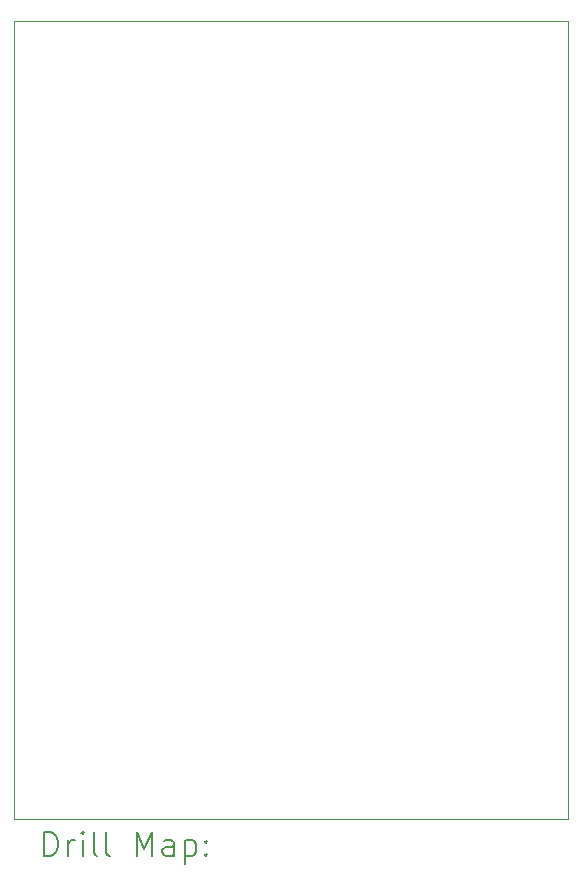
<source format=gbr>
%FSLAX45Y45*%
G04 Gerber Fmt 4.5, Leading zero omitted, Abs format (unit mm)*
G04 Created by KiCad (PCBNEW (6.0.0)) date 2022-07-26 20:36:20*
%MOMM*%
%LPD*%
G01*
G04 APERTURE LIST*
%TA.AperFunction,Profile*%
%ADD10C,0.100000*%
%TD*%
%ADD11C,0.200000*%
G04 APERTURE END LIST*
D10*
X9779000Y-3428124D02*
X14467520Y-3428124D01*
X14467520Y-3428124D02*
X14467520Y-10180324D01*
X14467520Y-10180324D02*
X9779000Y-10180324D01*
X9779000Y-10180324D02*
X9779000Y-3428124D01*
D11*
X10031619Y-10495800D02*
X10031619Y-10295800D01*
X10079238Y-10295800D01*
X10107810Y-10305324D01*
X10126857Y-10324371D01*
X10136381Y-10343419D01*
X10145905Y-10381514D01*
X10145905Y-10410086D01*
X10136381Y-10448181D01*
X10126857Y-10467228D01*
X10107810Y-10486276D01*
X10079238Y-10495800D01*
X10031619Y-10495800D01*
X10231619Y-10495800D02*
X10231619Y-10362467D01*
X10231619Y-10400562D02*
X10241143Y-10381514D01*
X10250667Y-10371990D01*
X10269714Y-10362467D01*
X10288762Y-10362467D01*
X10355429Y-10495800D02*
X10355429Y-10362467D01*
X10355429Y-10295800D02*
X10345905Y-10305324D01*
X10355429Y-10314848D01*
X10364952Y-10305324D01*
X10355429Y-10295800D01*
X10355429Y-10314848D01*
X10479238Y-10495800D02*
X10460190Y-10486276D01*
X10450667Y-10467228D01*
X10450667Y-10295800D01*
X10584000Y-10495800D02*
X10564952Y-10486276D01*
X10555429Y-10467228D01*
X10555429Y-10295800D01*
X10812571Y-10495800D02*
X10812571Y-10295800D01*
X10879238Y-10438657D01*
X10945905Y-10295800D01*
X10945905Y-10495800D01*
X11126857Y-10495800D02*
X11126857Y-10391038D01*
X11117333Y-10371990D01*
X11098286Y-10362467D01*
X11060190Y-10362467D01*
X11041143Y-10371990D01*
X11126857Y-10486276D02*
X11107810Y-10495800D01*
X11060190Y-10495800D01*
X11041143Y-10486276D01*
X11031619Y-10467228D01*
X11031619Y-10448181D01*
X11041143Y-10429133D01*
X11060190Y-10419609D01*
X11107810Y-10419609D01*
X11126857Y-10410086D01*
X11222095Y-10362467D02*
X11222095Y-10562467D01*
X11222095Y-10371990D02*
X11241143Y-10362467D01*
X11279238Y-10362467D01*
X11298286Y-10371990D01*
X11307809Y-10381514D01*
X11317333Y-10400562D01*
X11317333Y-10457705D01*
X11307809Y-10476752D01*
X11298286Y-10486276D01*
X11279238Y-10495800D01*
X11241143Y-10495800D01*
X11222095Y-10486276D01*
X11403048Y-10476752D02*
X11412571Y-10486276D01*
X11403048Y-10495800D01*
X11393524Y-10486276D01*
X11403048Y-10476752D01*
X11403048Y-10495800D01*
X11403048Y-10371990D02*
X11412571Y-10381514D01*
X11403048Y-10391038D01*
X11393524Y-10381514D01*
X11403048Y-10371990D01*
X11403048Y-10391038D01*
M02*

</source>
